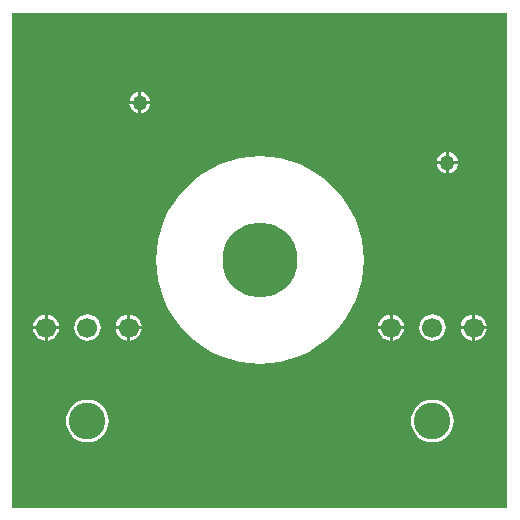
<source format=gbr>
G04 Layer_Physical_Order=2*
G04 Layer_Color=16711680*
%FSLAX26Y26*%
%MOIN*%
%TF.FileFunction,Copper,L2,Bot,Signal*%
%TF.Part,Single*%
G01*
G75*
%TA.AperFunction,ComponentPad*%
%ADD18C,0.066929*%
%ADD19C,0.122047*%
%TA.AperFunction,ViaPad*%
%ADD20C,0.250000*%
%ADD21C,0.050000*%
G36*
X1700000Y50000D02*
X50000D01*
Y1700000D01*
X1700000D01*
Y50000D01*
D02*
G37*
%LPC*%
G36*
X1307205Y645000D02*
X1269023D01*
X1269859Y638654D01*
X1274238Y628080D01*
X1281205Y619001D01*
X1290285Y612034D01*
X1300858Y607654D01*
X1307205Y606819D01*
Y645000D01*
D02*
G37*
G36*
X480977D02*
X442795D01*
Y606819D01*
X449142Y607654D01*
X459715Y612034D01*
X468795Y619001D01*
X475762Y628080D01*
X480141Y638654D01*
X480977Y645000D01*
D02*
G37*
G36*
X432795D02*
X394614D01*
X395450Y638654D01*
X399829Y628080D01*
X406796Y619001D01*
X415875Y612034D01*
X426449Y607654D01*
X432795Y606819D01*
Y645000D01*
D02*
G37*
G36*
X1355386D02*
X1317205D01*
Y606819D01*
X1323551Y607654D01*
X1334124Y612034D01*
X1343204Y619001D01*
X1350171Y628080D01*
X1354551Y638654D01*
X1355386Y645000D01*
D02*
G37*
G36*
X157205Y693181D02*
X150858Y692346D01*
X140285Y687966D01*
X131205Y680999D01*
X124239Y671920D01*
X119859Y661346D01*
X119023Y655000D01*
X157205D01*
Y693181D01*
D02*
G37*
G36*
X1630977Y645000D02*
X1592795D01*
Y606819D01*
X1599142Y607654D01*
X1609715Y612034D01*
X1618795Y619001D01*
X1625762Y628080D01*
X1630141Y638654D01*
X1630977Y645000D01*
D02*
G37*
G36*
X1582795D02*
X1544614D01*
X1545449Y638654D01*
X1549829Y628080D01*
X1556796Y619001D01*
X1565876Y612034D01*
X1576449Y607654D01*
X1582795Y606819D01*
Y645000D01*
D02*
G37*
G36*
X875000Y1220416D02*
X841143Y1218753D01*
X807613Y1213779D01*
X774731Y1205543D01*
X742815Y1194123D01*
X712172Y1179630D01*
X683097Y1162203D01*
X655870Y1142010D01*
X630754Y1119246D01*
X607990Y1094130D01*
X587797Y1066903D01*
X570370Y1037828D01*
X555877Y1007185D01*
X544457Y975269D01*
X536221Y942387D01*
X531247Y908857D01*
X529584Y875000D01*
X531247Y841143D01*
X536221Y807613D01*
X544457Y774731D01*
X555877Y742815D01*
X570370Y712172D01*
X587797Y683097D01*
X607990Y655870D01*
X630754Y630754D01*
X655870Y607990D01*
X683097Y587797D01*
X712172Y570370D01*
X742815Y555877D01*
X774731Y544457D01*
X807613Y536221D01*
X841143Y531247D01*
X875000Y529584D01*
X908857Y531247D01*
X942387Y536221D01*
X975269Y544457D01*
X1007185Y555877D01*
X1037828Y570370D01*
X1066903Y587797D01*
X1094130Y607990D01*
X1119246Y630754D01*
X1142010Y655870D01*
X1162203Y683097D01*
X1179630Y712172D01*
X1194123Y742815D01*
X1205543Y774731D01*
X1213779Y807613D01*
X1218753Y841143D01*
X1220416Y875000D01*
X1218753Y908857D01*
X1213779Y942387D01*
X1205543Y975269D01*
X1194123Y1007185D01*
X1179630Y1037828D01*
X1162203Y1066903D01*
X1142010Y1094130D01*
X1119246Y1119246D01*
X1094130Y1142010D01*
X1066903Y1162203D01*
X1037828Y1179630D01*
X1007185Y1194123D01*
X975269Y1205543D01*
X942387Y1213779D01*
X908857Y1218753D01*
X875000Y1220416D01*
D02*
G37*
G36*
X1450000Y409950D02*
X1436077Y408579D01*
X1422689Y404517D01*
X1410351Y397922D01*
X1399536Y389047D01*
X1390660Y378232D01*
X1384065Y365894D01*
X1380004Y352506D01*
X1378633Y338583D01*
X1380004Y324660D01*
X1384065Y311272D01*
X1390660Y298933D01*
X1399536Y288118D01*
X1410351Y279243D01*
X1422689Y272648D01*
X1436077Y268587D01*
X1450000Y267215D01*
X1463923Y268587D01*
X1477311Y272648D01*
X1489649Y279243D01*
X1500464Y288118D01*
X1509340Y298933D01*
X1515935Y311272D01*
X1519996Y324660D01*
X1521367Y338583D01*
X1519996Y352506D01*
X1515935Y365894D01*
X1509340Y378232D01*
X1500464Y389047D01*
X1489649Y397922D01*
X1477311Y404517D01*
X1463923Y408579D01*
X1450000Y409950D01*
D02*
G37*
G36*
X300000D02*
X286077Y408579D01*
X272689Y404517D01*
X260351Y397922D01*
X249536Y389047D01*
X240660Y378232D01*
X234065Y365894D01*
X230004Y352506D01*
X228633Y338583D01*
X230004Y324660D01*
X234065Y311272D01*
X240660Y298933D01*
X249536Y288118D01*
X260351Y279243D01*
X272689Y272648D01*
X286077Y268587D01*
X300000Y267215D01*
X313923Y268587D01*
X327311Y272648D01*
X339649Y279243D01*
X350464Y288118D01*
X359340Y298933D01*
X365935Y311272D01*
X369996Y324660D01*
X371367Y338583D01*
X369996Y352506D01*
X365935Y365894D01*
X359340Y378232D01*
X350464Y389047D01*
X339649Y397922D01*
X327311Y404517D01*
X313923Y408579D01*
X300000Y409950D01*
D02*
G37*
G36*
Y693840D02*
X288654Y692346D01*
X278080Y687966D01*
X269001Y680999D01*
X262034Y671920D01*
X257654Y661346D01*
X256160Y650000D01*
X257654Y638654D01*
X262034Y628080D01*
X269001Y619001D01*
X278080Y612034D01*
X288654Y607654D01*
X300000Y606160D01*
X311346Y607654D01*
X321920Y612034D01*
X330999Y619001D01*
X337966Y628080D01*
X342346Y638654D01*
X343840Y650000D01*
X342346Y661346D01*
X337966Y671920D01*
X330999Y680999D01*
X321920Y687966D01*
X311346Y692346D01*
X300000Y693840D01*
D02*
G37*
G36*
X205386Y645000D02*
X167205D01*
Y606819D01*
X173551Y607654D01*
X184125Y612034D01*
X193204Y619001D01*
X200171Y628080D01*
X204550Y638654D01*
X205386Y645000D01*
D02*
G37*
G36*
X157205D02*
X119023D01*
X119859Y638654D01*
X124239Y628080D01*
X131205Y619001D01*
X140285Y612034D01*
X150858Y607654D01*
X157205Y606819D01*
Y645000D01*
D02*
G37*
G36*
X1450000Y693840D02*
X1438653Y692346D01*
X1428080Y687966D01*
X1419001Y680999D01*
X1412034Y671920D01*
X1407654Y661346D01*
X1406160Y650000D01*
X1407654Y638654D01*
X1412034Y628080D01*
X1419001Y619001D01*
X1428080Y612034D01*
X1438653Y607654D01*
X1450000Y606160D01*
X1461347Y607654D01*
X1471920Y612034D01*
X1480999Y619001D01*
X1487966Y628080D01*
X1492346Y638654D01*
X1493840Y650000D01*
X1492346Y661346D01*
X1487966Y671920D01*
X1480999Y680999D01*
X1471920Y687966D01*
X1461347Y692346D01*
X1450000Y693840D01*
D02*
G37*
G36*
X1505000Y1234644D02*
Y1205000D01*
X1534644D01*
X1534099Y1209137D01*
X1530572Y1217651D01*
X1524962Y1224962D01*
X1517651Y1230572D01*
X1509137Y1234099D01*
X1505000Y1234644D01*
D02*
G37*
G36*
X1495000D02*
X1490863Y1234099D01*
X1482349Y1230572D01*
X1475038Y1224962D01*
X1469428Y1217651D01*
X1465901Y1209137D01*
X1465356Y1205000D01*
X1495000D01*
Y1234644D01*
D02*
G37*
G36*
X1534644Y1195000D02*
X1505000D01*
Y1165356D01*
X1509137Y1165901D01*
X1517651Y1169428D01*
X1524962Y1175038D01*
X1530572Y1182349D01*
X1534099Y1190863D01*
X1534644Y1195000D01*
D02*
G37*
G36*
X470000Y1395000D02*
X440356D01*
X440901Y1390863D01*
X444428Y1382349D01*
X450038Y1375038D01*
X457349Y1369428D01*
X465863Y1365901D01*
X470000Y1365356D01*
Y1395000D01*
D02*
G37*
G36*
X480000Y1434644D02*
Y1405000D01*
X509644D01*
X509099Y1409137D01*
X505572Y1417651D01*
X499962Y1424962D01*
X492651Y1430572D01*
X484137Y1434099D01*
X480000Y1434644D01*
D02*
G37*
G36*
X470000D02*
X465863Y1434099D01*
X457349Y1430572D01*
X450038Y1424962D01*
X444428Y1417651D01*
X440901Y1409137D01*
X440356Y1405000D01*
X470000D01*
Y1434644D01*
D02*
G37*
G36*
X509644Y1395000D02*
X480000D01*
Y1365356D01*
X484137Y1365901D01*
X492651Y1369428D01*
X499962Y1375038D01*
X505572Y1382349D01*
X509099Y1390863D01*
X509644Y1395000D01*
D02*
G37*
G36*
X1495000Y1195000D02*
X1465356D01*
X1465901Y1190863D01*
X1469428Y1182349D01*
X1475038Y1175038D01*
X1482349Y1169428D01*
X1490863Y1165901D01*
X1495000Y1165356D01*
Y1195000D01*
D02*
G37*
G36*
X442795Y693181D02*
Y655000D01*
X480977D01*
X480141Y661346D01*
X475762Y671920D01*
X468795Y680999D01*
X459715Y687966D01*
X449142Y692346D01*
X442795Y693181D01*
D02*
G37*
G36*
X432795D02*
X426449Y692346D01*
X415875Y687966D01*
X406796Y680999D01*
X399829Y671920D01*
X395450Y661346D01*
X394614Y655000D01*
X432795D01*
Y693181D01*
D02*
G37*
G36*
X167205D02*
Y655000D01*
X205386D01*
X204550Y661346D01*
X200171Y671920D01*
X193204Y680999D01*
X184125Y687966D01*
X173551Y692346D01*
X167205Y693181D01*
D02*
G37*
G36*
X1307205D02*
X1300858Y692346D01*
X1290285Y687966D01*
X1281205Y680999D01*
X1274238Y671920D01*
X1269859Y661346D01*
X1269023Y655000D01*
X1307205D01*
Y693181D01*
D02*
G37*
G36*
X1592795D02*
Y655000D01*
X1630977D01*
X1630141Y661346D01*
X1625762Y671920D01*
X1618795Y680999D01*
X1609715Y687966D01*
X1599142Y692346D01*
X1592795Y693181D01*
D02*
G37*
G36*
X1582795D02*
X1576449Y692346D01*
X1565876Y687966D01*
X1556796Y680999D01*
X1549829Y671920D01*
X1545449Y661346D01*
X1544614Y655000D01*
X1582795D01*
Y693181D01*
D02*
G37*
G36*
X1317205D02*
Y655000D01*
X1355386D01*
X1354551Y661346D01*
X1350171Y671920D01*
X1343204Y680999D01*
X1334124Y687966D01*
X1323551Y692346D01*
X1317205Y693181D01*
D02*
G37*
%LPD*%
D18*
X1312205Y650000D02*
D03*
X1450000D02*
D03*
X1587795D02*
D03*
X162205D02*
D03*
X300000D02*
D03*
X437795D02*
D03*
D19*
X1450000Y338583D02*
D03*
X300000D02*
D03*
D20*
X875000Y875000D02*
D03*
D21*
X1500000Y1200000D02*
D03*
X475000Y1400000D02*
D03*
%TF.MD5,7a534b7a629210e9c0cb44b5133af40e*%
M02*

</source>
